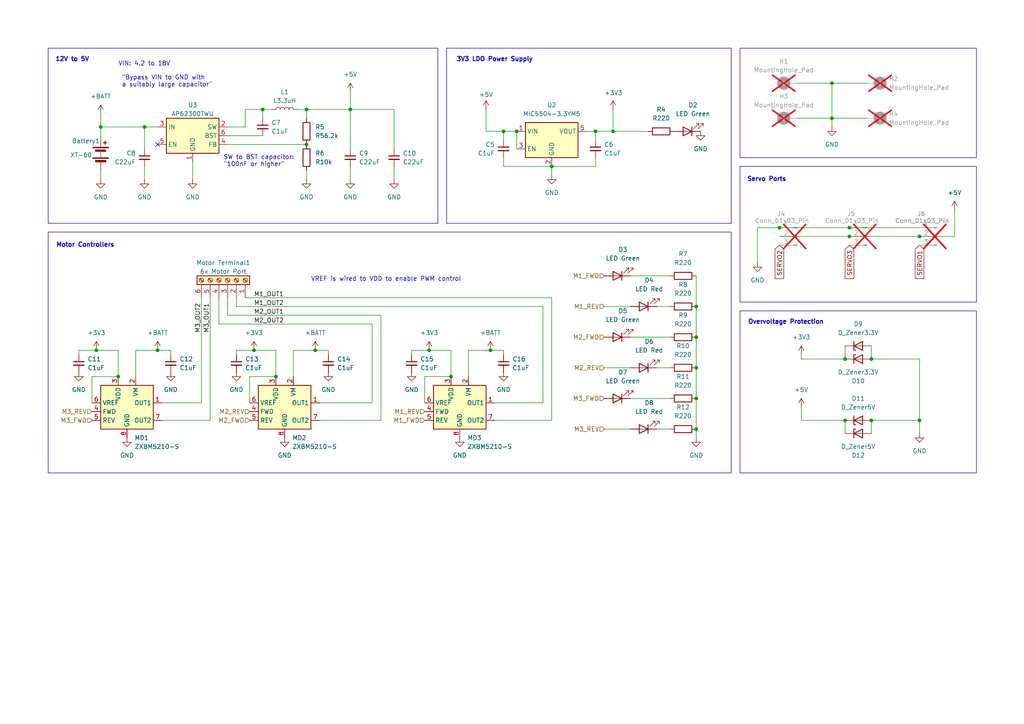
<source format=kicad_sch>
(kicad_sch (version 20231120) (generator "eeschema") (generator_version "8.0")
  (paper "A4")
  (title_block (company "Lorem Ipsum Automation"))
  (lib_symbols
    (symbol "Connector:Conn_01x03_Pin" (pin_names (offset 1.016) hide)
      (property "Reference" "J" (at 0 5.08 0))
      (property "Value" "Conn_01x03_Pin" (at 0 -5.08 0))
      (symbol "Conn_01x03_Pin_1_1"
        (polyline (pts (xy 1.27 -2.54) (xy 0.8636 -2.54)) (stroke (width 0.1524)))
        (polyline (pts (xy 1.27 0) (xy 0.8636 0)) (stroke (width 0.1524)))
        (polyline (pts (xy 1.27 2.54) (xy 0.8636 2.54)) (stroke (width 0.1524)))
        (rectangle (start 0.8636 -2.413) (end 0 -2.667) (stroke (width 0.1524)) (fill (type outline)))
        (rectangle (start 0.8636 0.127) (end 0 -0.127) (stroke (width 0.1524)) (fill (type outline)))
        (rectangle (start 0.8636 2.667) (end 0 2.413) (stroke (width 0.1524)) (fill (type outline)))
        (pin passive line (at 5.08 2.54 180) (length 3.81) (name "Pin_1") (number "1"))
        (pin passive line (at 5.08 0 180) (length 3.81) (name "Pin_2") (number "2"))
        (pin passive line (at 5.08 -2.54 180) (length 3.81) (name "Pin_3") (number "3"))
      )
    )
    (symbol "Connector:Screw_Terminal_01x06" (pin_names (offset 1.016) hide)
      (property "Reference" "J" (at 0 7.62 0))
      (property "Value" "Screw_Terminal_01x06" (at 0 -10.16 0))
      (symbol "Screw_Terminal_01x06_1_1"
        (rectangle (start -1.27 6.35) (end 1.27 -8.89) (stroke (width 0.254)) (fill (type background)))
        (circle (center 0 -7.62) (radius 0.635) (stroke (width 0.1524)))
        (circle (center 0 -5.08) (radius 0.635) (stroke (width 0.1524)))
        (circle (center 0 -2.54) (radius 0.635) (stroke (width 0.1524)))
        (polyline (pts (xy -0.5334 -7.2898) (xy 0.3302 -8.128)) (stroke (width 0.1524)))
        (polyline (pts (xy -0.5334 -4.7498) (xy 0.3302 -5.588)) (stroke (width 0.1524)))
        (polyline (pts (xy -0.5334 -2.2098) (xy 0.3302 -3.048)) (stroke (width 0.1524)))
        (polyline (pts (xy -0.5334 0.3302) (xy 0.3302 -0.508)) (stroke (width 0.1524)))
        (polyline (pts (xy -0.5334 2.8702) (xy 0.3302 2.032)) (stroke (width 0.1524)))
        (polyline (pts (xy -0.5334 5.4102) (xy 0.3302 4.572)) (stroke (width 0.1524)))
        (polyline (pts (xy -0.3556 -7.112) (xy 0.508 -7.9502)) (stroke (width 0.1524)))
        (polyline (pts (xy -0.3556 -4.572) (xy 0.508 -5.4102)) (stroke (width 0.1524)))
        (polyline (pts (xy -0.3556 -2.032) (xy 0.508 -2.8702)) (stroke (width 0.1524)))
        (polyline (pts (xy -0.3556 0.508) (xy 0.508 -0.3302)) (stroke (width 0.1524)))
        (polyline (pts (xy -0.3556 3.048) (xy 0.508 2.2098)) (stroke (width 0.1524)))
        (polyline (pts (xy -0.3556 5.588) (xy 0.508 4.7498)) (stroke (width 0.1524)))
        (circle (center 0 0) (radius 0.635) (stroke (width 0.1524)))
        (circle (center 0 2.54) (radius 0.635) (stroke (width 0.1524)))
        (circle (center 0 5.08) (radius 0.635) (stroke (width 0.1524)))
        (pin passive line (at -5.08 5.08 0) (length 3.81) (name "Pin_1") (number "1"))
        (pin passive line (at -5.08 2.54 0) (length 3.81) (name "Pin_2") (number "2"))
        (pin passive line (at -5.08 0 0) (length 3.81) (name "Pin_3") (number "3"))
        (pin passive line (at -5.08 -2.54 0) (length 3.81) (name "Pin_4") (number "4"))
        (pin passive line (at -5.08 -5.08 0) (length 3.81) (name "Pin_5") (number "5"))
        (pin passive line (at -5.08 -7.62 0) (length 3.81) (name "Pin_6") (number "6"))
      )
    )
    (symbol "Device:Battery" (pin_numbers hide) (pin_names (offset 0) hide)
      (property "Reference" "BT" (at 2.54 2.54 0))
      (property "Value" "Battery" (at 2.54 0 0))
      (symbol "Battery_0_1"
        (rectangle (start -2.286 -1.27) (end 2.286 -1.524) (fill (type outline)))
        (rectangle (start -2.286 1.778) (end 2.286 1.524) (fill (type outline)))
        (rectangle (start -1.524 -2.032) (end 1.524 -2.54) (fill (type outline)))
        (rectangle (start -1.524 1.016) (end 1.524 0.508) (fill (type outline)))
        (polyline (pts (xy 0 -1.016) (xy 0 -0.762)))
        (polyline (pts (xy 0 -0.508) (xy 0 -0.254)))
        (polyline (pts (xy 0 0) (xy 0 0.254)))
        (polyline (pts (xy 0 1.778) (xy 0 2.54)))
        (polyline (pts (xy 0.762 3.048) (xy 1.778 3.048)) (stroke (width 0.254)))
        (polyline (pts (xy 1.27 3.556) (xy 1.27 2.54)) (stroke (width 0.254)))
      )
      (symbol "Battery_1_1"
        (pin passive line (at 0 5.08 270) (length 2.54) (name "+") (number "1"))
        (pin passive line (at 0 -5.08 90) (length 2.54) (name "-") (number "2"))
      )
    )
    (symbol "Device:C_Small" (pin_numbers hide) (pin_names (offset 0.254) hide)
      (property "Reference" "C" (at 0.254 1.778 0))
      (property "Value" "C_Small" (at 0.254 -2.032 0))
      (symbol "C_Small_0_1"
        (polyline (pts (xy -1.524 -0.508) (xy 1.524 -0.508)) (stroke (width 0.3302)))
        (polyline (pts (xy -1.524 0.508) (xy 1.524 0.508)) (stroke (width 0.3048)))
      )
      (symbol "C_Small_1_1"
        (pin passive line (at 0 2.54 270) (length 2.032) (name "~") (number "1"))
        (pin passive line (at 0 -2.54 90) (length 2.032) (name "~") (number "2"))
      )
    )
    (symbol "Device:D_Zener" (pin_numbers hide) (pin_names (offset 1.016) hide)
      (property "Reference" "D" (at 0 2.54 0))
      (property "Value" "D_Zener" (at 0 -2.54 0))
      (symbol "D_Zener_0_1"
        (polyline (pts (xy 1.27 0) (xy -1.27 0)))
        (polyline (pts (xy -1.27 -1.27) (xy -1.27 1.27) (xy -0.762 1.27)) (stroke (width 0.254)))
        (polyline (pts (xy 1.27 -1.27) (xy 1.27 1.27) (xy -1.27 0) (xy 1.27 -1.27)) (stroke (width 0.254)))
      )
      (symbol "D_Zener_1_1"
        (pin passive line (at -3.81 0 0) (length 2.54) (name "K") (number "1"))
        (pin passive line (at 3.81 0 180) (length 2.54) (name "A") (number "2"))
      )
    )
    (symbol "Device:L" (pin_numbers hide) (pin_names (offset 1.016) hide)
      (property "Reference" "L" (at -1.27 0 90))
      (property "Value" "L" (at 1.905 0 90))
      (symbol "L_0_1"
        (arc (start 0 -2.54) (mid 0.6323 -1.905) (end 0 -1.27))
        (arc (start 0 -1.27) (mid 0.6323 -0.635) (end 0 0))
        (arc (start 0 0) (mid 0.6323 0.635) (end 0 1.27))
        (arc (start 0 1.27) (mid 0.6323 1.905) (end 0 2.54))
      )
      (symbol "L_1_1"
        (pin passive line (at 0 3.81 270) (length 1.27) (name "1") (number "1"))
        (pin passive line (at 0 -3.81 90) (length 1.27) (name "2") (number "2"))
      )
    )
    (symbol "Device:LED" (pin_numbers hide) (pin_names (offset 1.016) hide)
      (property "Reference" "D" (at 0 2.54 0))
      (property "Value" "LED" (at 0 -2.54 0))
      (symbol "LED_0_1"
        (polyline (pts (xy -1.27 -1.27) (xy -1.27 1.27)) (stroke (width 0.254)))
        (polyline (pts (xy -1.27 0) (xy 1.27 0)))
        (polyline (pts (xy 1.27 -1.27) (xy 1.27 1.27) (xy -1.27 0) (xy 1.27 -1.27)) (stroke (width 0.254)))
        (polyline (pts (xy -3.048 -0.762) (xy -4.572 -2.286) (xy -3.81 -2.286) (xy -4.572 -2.286) (xy -4.572 -1.524)))
        (polyline (pts (xy -1.778 -0.762) (xy -3.302 -2.286) (xy -2.54 -2.286) (xy -3.302 -2.286) (xy -3.302 -1.524)))
      )
      (symbol "LED_1_1"
        (pin passive line (at -3.81 0 0) (length 2.54) (name "K") (number "1"))
        (pin passive line (at 3.81 0 180) (length 2.54) (name "A") (number "2"))
      )
    )
    (symbol "Device:R" (pin_numbers hide) (pin_names (offset 0))
      (property "Reference" "R" (at 2.032 0 90))
      (property "Value" "R" (at 0 0 90))
      (symbol "R_0_1"
        (rectangle (start -1.016 -2.54) (end 1.016 2.54) (stroke (width 0.254)))
      )
      (symbol "R_1_1"
        (pin passive line (at 0 3.81 270) (length 1.27) (name "~") (number "1"))
        (pin passive line (at 0 -3.81 90) (length 1.27) (name "~") (number "2"))
      )
    )
    (symbol "Driver_Motor:ZXBM5210-S"
      (property "Reference" "U" (at -7.62 8.89 0))
      (property "Value" "ZXBM5210-S" (at 10.16 8.89 0))
      (symbol "ZXBM5210-S_0_0"
        (pin output line (at 10.16 2.54 180) (length 2.54) (name "OUT1") (number "1"))
        (pin power_in line (at 2.54 10.16 270) (length 2.54) (name "VM") (number "2"))
        (pin power_in line (at -2.54 10.16 270) (length 2.54) (name "VDD") (number "3"))
        (pin input line (at -10.16 0 0) (length 2.54) (name "FWD") (number "4"))
        (pin input line (at -10.16 -2.54 0) (length 2.54) (name "REV") (number "5"))
        (pin input line (at -10.16 2.54 0) (length 2.54) (name "VREF") (number "6"))
        (pin output line (at 10.16 -2.54 180) (length 2.54) (name "OUT2") (number "7"))
        (pin power_in line (at 0 -7.62 90) (length 2.54) (name "GND") (number "8"))
      )
      (symbol "ZXBM5210-S_0_1"
        (rectangle (start -7.62 7.62) (end 7.62 -5.08) (stroke (width 0.254)) (fill (type background)))
      )
    )
    (symbol "Mechanical:MountingHole_Pad" (pin_numbers hide) (pin_names (offset 1.016) hide) (exclude_from_sim yes) (in_bom no)
      (property "Reference" "H" (at 0 6.35 0))
      (property "Value" "MountingHole_Pad" (at 0 4.445 0))
      (symbol "MountingHole_Pad_0_1"
        (circle (center 0 1.27) (radius 1.27) (stroke (width 1.27)))
      )
      (symbol "MountingHole_Pad_1_1"
        (pin input line (at 0 -2.54 90) (length 2.54) (name "1") (number "1"))
      )
    )
    (symbol "Regulator_Linear:MIC5504-3.3YM5"
      (property "Reference" "U" (at -7.62 8.89 0))
      (property "Value" "MIC5504-3.3YM5" (at -7.62 6.35 0))
      (symbol "MIC5504-3.3YM5_0_1"
        (rectangle (start -7.62 -5.08) (end 7.62 5.08) (stroke (width 0.254)) (fill (type background)))
      )
      (symbol "MIC5504-3.3YM5_1_1"
        (pin power_in line (at -10.16 2.54 0) (length 2.54) (name "VIN") (number "1"))
        (pin power_in line (at 0 -7.62 90) (length 2.54) (name "GND") (number "2"))
        (pin input line (at -10.16 -2.54 0) (length 2.54) (name "EN") (number "3"))
        (pin no_connect line (at 7.62 -2.54 180) (length 2.54) hide (name "NC") (number "4"))
        (pin power_out line (at 10.16 2.54 180) (length 2.54) (name "VOUT") (number "5"))
      )
    )
    (symbol "Regulator_Switching:AP62300TWU"
      (property "Reference" "U" (at -7.62 6.35 0))
      (property "Value" "AP62300TWU" (at 2.54 6.35 0))
      (symbol "AP62300TWU_0_1"
        (rectangle (start -7.62 5.08) (end 7.62 -5.08) (stroke (width 0.254)) (fill (type background)))
      )
      (symbol "AP62300TWU_1_1"
        (pin power_in line (at 0 -7.62 90) (length 2.54) (name "GND") (number "1"))
        (pin output line (at 10.16 2.54 180) (length 2.54) (name "SW") (number "2"))
        (pin power_in line (at -10.16 2.54 0) (length 2.54) (name "IN") (number "3"))
        (pin input line (at 10.16 -2.54 180) (length 2.54) (name "FB") (number "4"))
        (pin passive line (at -10.16 -2.54 0) (length 2.54) (name "EN") (number "5"))
        (pin passive line (at 10.16 0 180) (length 2.54) (name "BST") (number "6"))
      )
    )
    (symbol "power:+3V3" (power) (pin_numbers hide) (pin_names (offset 0) hide)
      (property "Value" "+3V3" (at 0 3.556 0))
      (symbol "+3V3_0_1"
        (polyline (pts (xy -0.762 1.27) (xy 0 2.54)))
        (polyline (pts (xy 0 0) (xy 0 2.54)))
        (polyline (pts (xy 0 2.54) (xy 0.762 1.27)))
      )
      (symbol "+3V3_1_1"
        (pin power_in line (at 0 0 90) (length 0) (name "~") (number "1"))
      )
    )
    (symbol "power:+5V" (power) (pin_numbers hide) (pin_names (offset 0) hide)
      (property "Value" "+5V" (at 0 3.556 0))
      (symbol "+5V_0_1"
        (polyline (pts (xy -0.762 1.27) (xy 0 2.54)))
        (polyline (pts (xy 0 0) (xy 0 2.54)))
        (polyline (pts (xy 0 2.54) (xy 0.762 1.27)))
      )
      (symbol "+5V_1_1"
        (pin power_in line (at 0 0 90) (length 0) (name "~") (number "1"))
      )
    )
    (symbol "power:+BATT" (power) (pin_numbers hide) (pin_names (offset 0) hide)
      (property "Value" "+BATT" (at 0 3.556 0))
      (symbol "+BATT_0_1"
        (polyline (pts (xy -0.762 1.27) (xy 0 2.54)))
        (polyline (pts (xy 0 0) (xy 0 2.54)))
        (polyline (pts (xy 0 2.54) (xy 0.762 1.27)))
      )
      (symbol "+BATT_1_1"
        (pin power_in line (at 0 0 90) (length 0) (name "~") (number "1"))
      )
    )
    (symbol "power:GND" (power) (pin_numbers hide) (pin_names (offset 0) hide)
      (property "Value" "GND" (at 0 -3.81 0))
      (symbol "GND_0_1"
        (polyline (pts (xy 0 0) (xy 0 -1.27) (xy 1.27 -1.27) (xy 0 -2.54) (xy -1.27 -1.27) (xy 0 -1.27)))
      )
      (symbol "GND_1_1"
        (pin power_in line (at 0 0 270) (length 0) (name "~") (number "1"))
      )
    )
  )
  (junction (at 80.01 109.22))
  (junction (at 91.44 101.6))
  (junction (at 241.3 24.13))
  (junction (at 266.7 121.92))
  (junction (at 76.2 31.75))
  (junction (at 27.94 101.6))
  (junction (at 201.93 88.9))
  (junction (at 246.38 68.58))
  (junction (at 172.72 38.1))
  (junction (at 41.91 36.83))
  (junction (at 88.9 41.91))
  (junction (at 29.21 36.83))
  (junction (at 226.06 66.04))
  (junction (at 252.73 121.92))
  (junction (at 241.3 34.29))
  (junction (at 177.8 38.1))
  (junction (at 246.38 66.04))
  (junction (at 149.86 38.1))
  (junction (at 130.81 109.22))
  (junction (at 34.29 109.22))
  (junction (at 45.72 101.6))
  (junction (at 73.66 101.6))
  (junction (at 160.02 48.26))
  (junction (at 101.6 31.75))
  (junction (at 245.11 121.92))
  (junction (at 142.24 101.6))
  (junction (at 201.93 97.79))
  (junction (at 201.93 124.46))
  (junction (at 201.93 106.68))
  (junction (at 124.46 101.6))
  (junction (at 201.93 115.57))
  (junction (at 266.7 68.58))
  (junction (at 245.11 104.14))
  (junction (at 88.9 31.75))
  (junction (at 146.05 38.1))
  (junction (at 252.73 104.14))
  (no_connect (at 45.72 41.91))
  (wire (pts (xy 231.14 24.13) (xy 241.3 24.13)))
  (wire (pts (xy 85.09 101.6) (xy 91.44 101.6)))
  (wire (pts (xy 172.72 45.72) (xy 172.72 48.26)))
  (wire (pts (xy 232.41 121.92) (xy 245.11 121.92)))
  (wire (pts (xy 41.91 36.83) (xy 45.72 36.83)))
  (wire (pts (xy 201.93 88.9) (xy 201.93 97.79)))
  (wire (pts (xy 101.6 26.67) (xy 101.6 31.75)))
  (wire (pts (xy 252.73 104.14) (xy 266.7 104.14)))
  (wire (pts (xy 140.97 38.1) (xy 146.05 38.1)))
  (wire (pts (xy 241.3 24.13) (xy 251.46 24.13)))
  (wire (pts (xy 68.58 86.36) (xy 68.58 88.9)))
  (wire (pts (xy 266.7 104.14) (xy 266.7 121.92)))
  (wire (pts (xy 175.26 124.46) (xy 182.88 124.46)))
  (wire (pts (xy 190.5 106.68) (xy 194.31 106.68)))
  (wire (pts (xy 55.88 46.99) (xy 55.88 52.07)))
  (wire (pts (xy 45.72 101.6) (xy 49.53 101.6)))
  (wire (pts (xy 68.58 102.87) (xy 68.58 101.6)))
  (wire (pts (xy 182.88 80.01) (xy 194.31 80.01)))
  (wire (pts (xy 201.93 115.57) (xy 201.93 124.46)))
  (wire (pts (xy 92.71 116.84) (xy 107.95 116.84)))
  (wire (pts (xy 73.66 101.6) (xy 80.01 101.6)))
  (wire (pts (xy 232.41 102.87) (xy 232.41 104.14)))
  (wire (pts (xy 241.3 24.13) (xy 241.3 34.29)))
  (wire (pts (xy 46.99 121.92) (xy 60.96 121.92)))
  (wire (pts (xy 101.6 31.75) (xy 114.3 31.75)))
  (wire (pts (xy 95.25 101.6) (xy 95.25 102.87)))
  (wire (pts (xy 41.91 36.83) (xy 41.91 43.18)))
  (wire (pts (xy 72.39 116.84) (xy 72.39 109.22)))
  (wire (pts (xy 66.04 41.91) (xy 88.9 41.91)))
  (wire (pts (xy 88.9 52.07) (xy 88.9 49.53)))
  (wire (pts (xy 190.5 124.46) (xy 194.31 124.46)))
  (wire (pts (xy 135.89 101.6) (xy 142.24 101.6)))
  (wire (pts (xy 172.72 38.1) (xy 177.8 38.1)))
  (wire (pts (xy 71.12 31.75) (xy 76.2 31.75)))
  (wire (pts (xy 130.81 109.22) (xy 130.81 101.6)))
  (wire (pts (xy 71.12 36.83) (xy 66.04 36.83)))
  (wire (pts (xy 266.7 68.58) (xy 276.86 68.58)))
  (wire (pts (xy 34.29 109.22) (xy 34.29 101.6)))
  (wire (pts (xy 177.8 38.1) (xy 177.8 31.75)))
  (wire (pts (xy 241.3 36.83) (xy 241.3 34.29)))
  (wire (pts (xy 68.58 88.9) (xy 157.48 88.9)))
  (wire (pts (xy 66.04 91.44) (xy 66.04 86.36)))
  (wire (pts (xy 245.11 121.92) (xy 245.11 125.73)))
  (wire (pts (xy 201.93 124.46) (xy 201.93 127)))
  (wire (pts (xy 226.06 68.58) (xy 246.38 68.58)))
  (wire (pts (xy 41.91 48.26) (xy 41.91 52.07)))
  (wire (pts (xy 119.38 101.6) (xy 124.46 101.6)))
  (wire (pts (xy 142.24 101.6) (xy 146.05 101.6)))
  (wire (pts (xy 92.71 121.92) (xy 110.49 121.92)))
  (wire (pts (xy 63.5 86.36) (xy 63.5 93.98)))
  (wire (pts (xy 114.3 31.75) (xy 114.3 43.18)))
  (wire (pts (xy 245.11 100.33) (xy 245.11 104.14)))
  (wire (pts (xy 76.2 31.75) (xy 76.2 34.29)))
  (wire (pts (xy 172.72 48.26) (xy 160.02 48.26)))
  (wire (pts (xy 160.02 48.26) (xy 160.02 50.8)))
  (wire (pts (xy 66.04 39.37) (xy 76.2 39.37)))
  (wire (pts (xy 29.21 36.83) (xy 29.21 33.02)))
  (wire (pts (xy 60.96 121.92) (xy 60.96 86.36)))
  (wire (pts (xy 29.21 36.83) (xy 41.91 36.83)))
  (wire (pts (xy 146.05 38.1) (xy 149.86 38.1)))
  (wire (pts (xy 26.67 116.84) (xy 26.67 109.22)))
  (wire (pts (xy 201.93 97.79) (xy 201.93 106.68)))
  (wire (pts (xy 177.8 38.1) (xy 187.96 38.1)))
  (wire (pts (xy 157.48 116.84) (xy 143.51 116.84)))
  (wire (pts (xy 22.86 101.6) (xy 27.94 101.6)))
  (wire (pts (xy 172.72 40.64) (xy 172.72 38.1)))
  (wire (pts (xy 63.5 93.98) (xy 107.95 93.98)))
  (wire (pts (xy 71.12 36.83) (xy 71.12 31.75)))
  (wire (pts (xy 86.36 31.75) (xy 88.9 31.75)))
  (wire (pts (xy 29.21 49.53) (xy 29.21 52.07)))
  (wire (pts (xy 58.42 116.84) (xy 46.99 116.84)))
  (wire (pts (xy 22.86 102.87) (xy 22.86 101.6)))
  (wire (pts (xy 226.06 66.04) (xy 219.71 66.04)))
  (wire (pts (xy 182.88 97.79) (xy 194.31 97.79)))
  (wire (pts (xy 231.14 34.29) (xy 241.3 34.29)))
  (wire (pts (xy 107.95 93.98) (xy 107.95 116.84)))
  (wire (pts (xy 232.41 118.11) (xy 232.41 121.92)))
  (wire (pts (xy 252.73 121.92) (xy 266.7 121.92)))
  (wire (pts (xy 146.05 48.26) (xy 160.02 48.26)))
  (wire (pts (xy 76.2 31.75) (xy 78.74 31.75)))
  (wire (pts (xy 201.93 80.01) (xy 201.93 88.9)))
  (wire (pts (xy 146.05 45.72) (xy 146.05 48.26)))
  (wire (pts (xy 241.3 34.29) (xy 251.46 34.29)))
  (wire (pts (xy 146.05 101.6) (xy 146.05 102.87)))
  (wire (pts (xy 58.42 86.36) (xy 58.42 116.84)))
  (wire (pts (xy 160.02 121.92) (xy 160.02 86.36)))
  (wire (pts (xy 140.97 38.1) (xy 140.97 31.75)))
  (wire (pts (xy 72.39 109.22) (xy 80.01 109.22)))
  (wire (pts (xy 123.19 116.84) (xy 123.19 109.22)))
  (wire (pts (xy 276.86 60.96) (xy 276.86 68.58)))
  (wire (pts (xy 266.7 121.92) (xy 266.7 125.73)))
  (wire (pts (xy 182.88 115.57) (xy 194.31 115.57)))
  (wire (pts (xy 88.9 31.75) (xy 101.6 31.75)))
  (wire (pts (xy 246.38 68.58) (xy 266.7 68.58)))
  (wire (pts (xy 232.41 104.14) (xy 245.11 104.14)))
  (wire (pts (xy 182.88 106.68) (xy 175.26 106.68)))
  (wire (pts (xy 110.49 121.92) (xy 110.49 91.44)))
  (wire (pts (xy 266.7 66.04) (xy 246.38 66.04)))
  (wire (pts (xy 124.46 101.6) (xy 130.81 101.6)))
  (wire (pts (xy 219.71 66.04) (xy 219.71 76.2)))
  (wire (pts (xy 190.5 88.9) (xy 194.31 88.9)))
  (wire (pts (xy 88.9 34.29) (xy 88.9 31.75)))
  (wire (pts (xy 135.89 101.6) (xy 135.89 109.22)))
  (wire (pts (xy 123.19 109.22) (xy 130.81 109.22)))
  (wire (pts (xy 119.38 102.87) (xy 119.38 101.6)))
  (wire (pts (xy 252.73 100.33) (xy 252.73 104.14)))
  (wire (pts (xy 101.6 31.75) (xy 101.6 43.18)))
  (wire (pts (xy 157.48 88.9) (xy 157.48 116.84)))
  (wire (pts (xy 252.73 121.92) (xy 252.73 125.73)))
  (wire (pts (xy 29.21 36.83) (xy 29.21 39.37)))
  (wire (pts (xy 101.6 48.26) (xy 101.6 52.07)))
  (wire (pts (xy 182.88 88.9) (xy 175.26 88.9)))
  (wire (pts (xy 110.49 91.44) (xy 66.04 91.44)))
  (wire (pts (xy 26.67 109.22) (xy 34.29 109.22)))
  (wire (pts (xy 68.58 101.6) (xy 73.66 101.6)))
  (wire (pts (xy 80.01 109.22) (xy 80.01 101.6)))
  (wire (pts (xy 27.94 101.6) (xy 34.29 101.6)))
  (wire (pts (xy 246.38 66.04) (xy 226.06 66.04)))
  (wire (pts (xy 149.86 38.1) (xy 149.86 43.18)))
  (wire (pts (xy 49.53 101.6) (xy 49.53 102.87)))
  (wire (pts (xy 39.37 101.6) (xy 45.72 101.6)))
  (wire (pts (xy 146.05 40.64) (xy 146.05 38.1)))
  (wire (pts (xy 170.18 38.1) (xy 172.72 38.1)))
  (wire (pts (xy 114.3 48.26) (xy 114.3 52.07)))
  (wire (pts (xy 201.93 106.68) (xy 201.93 115.57)))
  (wire (pts (xy 143.51 121.92) (xy 160.02 121.92)))
  (wire (pts (xy 85.09 101.6) (xy 85.09 109.22)))
  (wire (pts (xy 91.44 101.6) (xy 95.25 101.6)))
  (wire (pts (xy 39.37 101.6) (xy 39.37 109.22)))
  (wire (pts (xy 71.12 86.36) (xy 160.02 86.36)))
  (rectangle (start 13.97 13.97) (end 127 64.77))
  (rectangle (start 13.97 67.31) (end 212.09 137.16))
  (rectangle (start 214.63 90.17) (end 283.21 137.16))
  (rectangle (start 214.63 13.97) (end 283.21 45.72))
  (rectangle (start 214.63 48.26) (end 283.21 87.63))
  (rectangle (start 129.54 13.97) (end 212.09 64.77))
  (text "\"Bypass VIN to GND with\na suitably large capacitor\"" (at 35.306 25.4 0) (effects (font (size 1.27 1.27)) (justify left bottom)))
  (text "Overvoltage Protection" (at 216.916 93.472 0) (effects (font (size 1.27 1.27) (thickness 0.254) (bold yes)) (justify left)))
  (text "3V3 LDO Power Supply" (at 132.334 18.034 0) (effects (font (size 1.27 1.27) (thickness 0.254) (bold yes)) (justify left bottom)))
  (text "VREF is wired to VDD to enable PWM control" (at 112.014 81.026 0) (effects (font (size 1.27 1.27))))
  (text "Servo Ports" (at 216.662 52.07 0) (effects (font (size 1.27 1.27) (thickness 0.254) (bold yes)) (justify left)))
  (text "SW to BST capacitor:\n\"100nF or higher\"" (at 64.77 48.514 0) (effects (font (size 1.27 1.27)) (justify left bottom)))
  (text "VIN: 4.2 to 18V" (at 34.29 19.304 0) (effects (font (size 1.27 1.27)) (justify left bottom)))
  (text "Motor Controllers" (at 16.256 71.882 0) (effects (font (size 1.27 1.27) (thickness 0.254) (bold yes)) (justify left bottom)))
  (text "12V to 5V" (at 16.002 18.034 0) (effects (font (size 1.27 1.27) (thickness 0.254) (bold yes)) (justify left bottom)))
  (label "M1_OUT1" (at 73.66 86.36 0))
  (label "M2_OUT2" (at 73.66 93.98 0))
  (label "M3_OUT2" (at 58.42 96.52 90))
  (label "M3_OUT1" (at 60.96 96.52 90))
  (label "M2_OUT1" (at 73.66 91.44 0))
  (label "M1_OUT2" (at 73.66 88.9 0))
  (global_label "SERVO1" (shape input) (at 266.7 71.12 270) (property "Intersheetrefs" "${INTERSHEET_REFS}" (effects (hide yes))))
  (global_label "SERVO3" (shape input) (at 246.38 71.12 270) (property "Intersheetrefs" "${INTERSHEET_REFS}" (effects (hide yes))))
  (global_label "SERVO2" (shape input) (at 226.06 71.12 270) (property "Intersheetrefs" "${INTERSHEET_REFS}" (effects (hide yes))))
  (hierarchical_label "M1_FWD" (shape input) (at 175.26 80.01 180))
  (hierarchical_label "M2_REV" (shape input) (at 72.39 119.38 180))
  (hierarchical_label "M1_REV" (shape input) (at 175.26 88.9 180))
  (hierarchical_label "M3_REV" (shape input) (at 175.26 124.46 180))
  (hierarchical_label "M2_FWD" (shape input) (at 72.39 121.92 180))
  (hierarchical_label "M2_FWD" (shape input) (at 175.26 97.79 180))
  (hierarchical_label "M3_FWD" (shape input) (at 26.67 121.92 180))
  (hierarchical_label "M1_FWD" (shape input) (at 123.19 121.92 180))
  (hierarchical_label "M1_REV" (shape input) (at 123.19 119.38 180))
  (hierarchical_label "M2_REV" (shape input) (at 175.26 106.68 180))
  (hierarchical_label "M3_REV" (shape input) (at 26.67 119.38 180))
  (hierarchical_label "M3_FWD" (shape input) (at 175.26 115.57 180))
  (symbol (lib_id "Mechanical:MountingHole_Pad") (at 228.6 24.13 90) (unit 1) (exclude_from_sim yes) (in_bom no) (dnp yes)
    (property "Reference" "H1" (at 227.33 17.78 90))
    (property "Value" "MountingHole_Pad" (at 227.33 20.32 90))
    (property "Footprint" "MountingHole:MountingHole_2.2mm_M2_DIN965_Pad" (effects (hide yes)))
    (property "Description" "Mounting Hole with connection" (effects (hide yes)))
  )
  (symbol (lib_id "Device:LED") (at 186.69 106.68 180) (unit 1)
    (property "Reference" "D6" (at 188.2775 99.06 0))
    (property "Value" "LED Red" (at 188.2775 101.6 0))
    (property "Footprint" "LED_SMD:LED_1206_3216Metric_Pad1.42x1.75mm_HandSolder" (effects (hide yes)))
    (property "Description" "LED" (effects (hide yes)))
    (property "DigiKey" "150120RS75000" (effects (hide yes)))
  )
  (symbol (lib_id "power:+BATT") (at 142.24 101.6 0) (unit 1)
    (property "Reference" "#PWR043" (effects (hide yes)))
    (property "Value" "+BATT" (at 142.24 96.52 0))
    (property "Description" "Power symbol creates a global label with name \"+BATT\"" (effects (hide yes)))
  )
  (symbol (lib_id "Driver_Motor:ZXBM5210-S") (at 133.35 119.38 0) (unit 1)
    (property "Reference" "MD3" (at 135.5441 127 0) (effects (justify left)))
    (property "Value" "ZXBM5210-S" (at 135.5441 129.54 0) (effects (justify left)))
    (property "Footprint" "Package_SO:SOIC-8_3.9x4.9mm_P1.27mm" (effects (hide yes)))
    (property "Datasheet" "https://www.diodes.com/assets/Datasheets/ZXBM5210.pdf" (effects (hide yes)))
    (property "Description" "Reversible DC motor drive with speed control, 3-18V, 0.85A, SOIC-8" (effects (hide yes)))
    (property "DigiKey" "ZXBM5210-S-1" (effects (hide yes)))
  )
  (symbol (lib_id "power:GND") (at 146.05 107.95 0) (unit 1)
    (property "Reference" "#PWR049" (effects (hide yes)))
    (property "Value" "GND" (at 146.05 113.03 0))
    (property "Description" "Power symbol creates a global label with name \"GND\" , ground" (effects (hide yes)))
  )
  (symbol (lib_id "Device:C_Small") (at 76.2 36.83 0) (unit 1)
    (property "Reference" "C7" (at 78.74 35.5662 0) (effects (justify left)))
    (property "Value" "C1uF" (at 78.74 38.1062 0) (effects (justify left)))
    (property "Footprint" "Capacitor_SMD:C_1206_3216Metric_Pad1.33x1.80mm_HandSolder" (effects (hide yes)))
    (property "Description" "Ceramic cap" (effects (hide yes)))
    (property "DigiKey" "CL31B105KBHNNNE" (effects (hide yes)))
  )
  (symbol (lib_id "power:GND") (at 266.7 125.73 0) (unit 1)
    (property "Reference" "#PWR056" (effects (hide yes)))
    (property "Value" "GND" (at 266.7 130.81 0))
    (property "Description" "Power symbol creates a global label with name \"GND\" , ground" (effects (hide yes)))
  )
  (symbol (lib_id "power:GND") (at 219.71 76.2 0) (unit 1)
    (property "Reference" "#PWR037" (effects (hide yes)))
    (property "Value" "GND" (at 219.71 81.28 0))
    (property "Description" "Power symbol creates a global label with name \"GND\" , ground" (effects (hide yes)))
  )
  (symbol (lib_id "power:GND") (at 133.35 127 0) (unit 1)
    (property "Reference" "#PWR053" (effects (hide yes)))
    (property "Value" "GND" (at 133.35 132.08 0))
    (property "Description" "Power symbol creates a global label with name \"GND\" , ground" (effects (hide yes)))
  )
  (symbol (lib_id "Device:R") (at 198.12 124.46 90) (unit 1)
    (property "Reference" "R12" (at 198.12 118.11 90))
    (property "Value" "R220" (at 198.12 120.65 90))
    (property "Footprint" "Resistor_SMD:R_1206_3216Metric_Pad1.30x1.75mm_HandSolder" (effects (hide yes)))
    (property "Description" "Resistor" (effects (hide yes)))
    (property "DigiKey" "RMCF1206JT220R" (effects (hide yes)))
  )
  (symbol (lib_id "power:+5V") (at 101.6 26.67 0) (unit 1)
    (property "Reference" "#PWR025" (effects (hide yes)))
    (property "Value" "+5V" (at 101.6 21.59 0))
    (property "Description" "Power symbol creates a global label with name \"+5V\"" (effects (hide yes)))
  )
  (symbol (lib_id "Device:R") (at 88.9 45.72 0) (unit 1)
    (property "Reference" "R6" (at 91.44 44.45 0) (effects (justify left)))
    (property "Value" "R10k" (at 91.44 46.99 0) (effects (justify left)))
    (property "Footprint" "Resistor_SMD:R_1206_3216Metric_Pad1.30x1.75mm_HandSolder" (effects (hide yes)))
    (property "Description" "Resistor" (effects (hide yes)))
    (property "DigiKey" "RC1206FR-0710KL" (effects (hide yes)))
  )
  (symbol (lib_id "power:+3V3") (at 73.66 101.6 0) (unit 1)
    (property "Reference" "#PWR040" (effects (hide yes)))
    (property "Value" "+3V3" (at 73.66 96.52 0))
    (property "Description" "Power symbol creates a global label with name \"+3V3\"" (effects (hide yes)))
  )
  (symbol (lib_id "power:GND") (at 95.25 107.95 0) (unit 1)
    (property "Reference" "#PWR047" (effects (hide yes)))
    (property "Value" "GND" (at 95.25 113.03 0))
    (property "Description" "Power symbol creates a global label with name \"GND\" , ground" (effects (hide yes)))
  )
  (symbol (lib_id "Device:LED") (at 179.07 80.01 180) (unit 1)
    (property "Reference" "D3" (at 180.6575 72.39 0))
    (property "Value" "LED Green" (at 180.6575 74.93 0))
    (property "Footprint" "LED_SMD:LED_1206_3216Metric_Pad1.42x1.75mm_HandSolder" (effects (hide yes)))
    (property "Description" "LED" (effects (hide yes)))
    (property "DigiKey" "150120VS75000" (effects (hide yes)))
  )
  (symbol (lib_id "Device:R") (at 198.12 88.9 90) (unit 1)
    (property "Reference" "R8" (at 198.12 82.55 90))
    (property "Value" "R220" (at 198.12 85.09 90))
    (property "Footprint" "Resistor_SMD:R_1206_3216Metric_Pad1.30x1.75mm_HandSolder" (effects (hide yes)))
    (property "Description" "Resistor" (effects (hide yes)))
    (property "DigiKey" "RMCF1206JT220R" (effects (hide yes)))
  )
  (symbol (lib_id "Device:LED") (at 186.69 124.46 180) (unit 1)
    (property "Reference" "D8" (at 188.2775 116.84 0))
    (property "Value" "LED Red" (at 188.2775 119.38 0))
    (property "Footprint" "LED_SMD:LED_1206_3216Metric_Pad1.42x1.75mm_HandSolder" (effects (hide yes)))
    (property "Description" "LED" (effects (hide yes)))
    (property "DigiKey" "150120RS75000" (effects (hide yes)))
  )
  (symbol (lib_id "power:GND") (at 55.88 52.07 0) (unit 1)
    (property "Reference" "#PWR032" (effects (hide yes)))
    (property "Value" "GND" (at 55.88 57.15 0))
    (property "Description" "Power symbol creates a global label with name \"GND\" , ground" (effects (hide yes)))
  )
  (symbol (lib_id "Device:D_Zener") (at 248.92 121.92 0) (mirror x) (unit 1)
    (property "Reference" "D11" (at 248.92 115.57 0))
    (property "Value" "D_Zener5V" (at 248.92 118.11 0))
    (property "Footprint" "Diode_SMD:D_SOD-123" (effects (hide yes)))
    (property "Description" "Zener diode" (effects (hide yes)))
    (property "DigiKey" "MMSZ5231B-7-F" (effects (hide yes)))
  )
  (symbol (lib_id "Connector:Conn_01x03_Pin") (at 251.46 68.58 0) (mirror y) (unit 1) (dnp yes)
    (property "Reference" "J5" (at 246.888 61.976 0))
    (property "Value" "Conn_01x03_Pin" (at 247.142 64.008 0))
    (property "Footprint" "Connector_PinSocket_2.54mm:PinSocket_1x03_P2.54mm_Vertical" (effects (hide yes)))
    (property "Description" "Generic connector, single row, 01x03, script generated" (effects (hide yes)))
  )
  (symbol (lib_id "power:+5V") (at 276.86 60.96 0) (unit 1)
    (property "Reference" "#PWR036" (effects (hide yes)))
    (property "Value" "+5V" (at 276.86 55.88 0))
    (property "Description" "Power symbol creates a global label with name \"+5V\"" (effects (hide yes)))
  )
  (symbol (lib_id "power:GND") (at 29.21 52.07 0) (unit 1)
    (property "Reference" "#PWR030" (effects (hide yes)))
    (property "Value" "GND" (at 29.21 57.15 0))
    (property "Description" "Power symbol creates a global label with name \"GND\" , ground" (effects (hide yes)))
  )
  (symbol (lib_id "Device:C_Small") (at 119.38 105.41 0) (unit 1)
    (property "Reference" "C15" (at 121.92 104.1463 0) (effects (justify left)))
    (property "Value" "C1uF" (at 121.92 106.6863 0) (effects (justify left)))
    (property "Footprint" "Capacitor_SMD:C_1206_3216Metric_Pad1.33x1.80mm_HandSolder" (effects (hide yes)))
    (property "Description" "Ceramic cap" (effects (hide yes)))
    (property "DigiKey" "CL31B105KBHNNNE" (effects (hide yes)))
  )
  (symbol (lib_id "power:GND") (at 68.58 107.95 0) (unit 1)
    (property "Reference" "#PWR046" (effects (hide yes)))
    (property "Value" "GND" (at 68.58 113.03 0))
    (property "Description" "Power symbol creates a global label with name \"GND\" , ground" (effects (hide yes)))
  )
  (symbol (lib_id "power:GND") (at 41.91 52.07 0) (unit 1)
    (property "Reference" "#PWR031" (effects (hide yes)))
    (property "Value" "GND" (at 41.91 57.15 0))
    (property "Description" "Power symbol creates a global label with name \"GND\" , ground" (effects (hide yes)))
  )
  (symbol (lib_id "Device:C_Small") (at 68.58 105.41 0) (unit 1)
    (property "Reference" "C13" (at 71.12 104.1463 0) (effects (justify left)))
    (property "Value" "C1uF" (at 71.12 106.6863 0) (effects (justify left)))
    (property "Footprint" "Capacitor_SMD:C_1206_3216Metric_Pad1.33x1.80mm_HandSolder" (effects (hide yes)))
    (property "Description" "Ceramic cap" (effects (hide yes)))
    (property "DigiKey" "CL31B105KBHNNNE" (effects (hide yes)))
  )
  (symbol (lib_id "power:GND") (at 22.86 107.95 0) (unit 1)
    (property "Reference" "#PWR044" (effects (hide yes)))
    (property "Value" "GND" (at 22.86 113.03 0))
    (property "Description" "Power symbol creates a global label with name \"GND\" , ground" (effects (hide yes)))
  )
  (symbol (lib_id "Device:R") (at 198.12 115.57 90) (unit 1)
    (property "Reference" "R11" (at 198.12 109.22 90))
    (property "Value" "R220" (at 198.12 111.76 90))
    (property "Footprint" "Resistor_SMD:R_1206_3216Metric_Pad1.30x1.75mm_HandSolder" (effects (hide yes)))
    (property "Description" "Resistor" (effects (hide yes)))
    (property "DigiKey" "RMCF1206JT220R" (effects (hide yes)))
  )
  (symbol (lib_id "power:GND") (at 241.3 36.83 0) (unit 1)
    (property "Reference" "#PWR028" (effects (hide yes)))
    (property "Value" "GND" (at 241.3 41.91 0))
    (property "Description" "Power symbol creates a global label with name \"GND\" , ground" (effects (hide yes)))
  )
  (symbol (lib_id "power:GND") (at 82.55 127 0) (unit 1)
    (property "Reference" "#PWR052" (effects (hide yes)))
    (property "Value" "GND" (at 82.55 132.08 0))
    (property "Description" "Power symbol creates a global label with name \"GND\" , ground" (effects (hide yes)))
  )
  (symbol (lib_id "Regulator_Linear:MIC5504-3.3YM5") (at 160.02 40.64 0) (unit 1)
    (property "Reference" "U2" (at 160.02 30.48 0))
    (property "Value" "MIC5504-3.3YM5" (at 160.02 33.02 0))
    (property "Footprint" "Package_TO_SOT_SMD:SOT-23-5_HandSoldering" (effects (hide yes)))
    (property "Datasheet" "http://ww1.microchip.com/downloads/en/DeviceDoc/MIC550X.pdf" (effects (hide yes)))
    (property "Description" "300mA Low-dropout Voltage Regulator, Vout 3.3V, Vin up to 5.5V, SOT-23" (effects (hide yes)))
    (property "DigiKey" "MIC5504-3.3YM5" (effects (hide yes)))
  )
  (symbol (lib_id "Connector:Screw_Terminal_01x06") (at 66.04 81.28 270) (mirror x) (unit 1)
    (property "Reference" "Motor Terminal1" (at 64.77 76.2 90))
    (property "Value" "6x Motor Port" (at 64.77 78.74 90))
    (property "Footprint" "TerminalBlock_4Ucon:TerminalBlock_4Ucon_1x06_P3.50mm_Horizontal" (effects (hide yes)))
    (property "Description" "Generic screw terminal, single row, 01x06, script generated (kicad-library-utils/schlib/autogen/connector/)" (effects (hide yes)))
    (property "DigiKey" "OQ0612510000G" (effects (hide yes)))
  )
  (symbol (lib_id "power:+5V") (at 232.41 118.11 0) (unit 1)
    (property "Reference" "#PWR055" (effects (hide yes)))
    (property "Value" "+5V" (at 232.41 113.03 0))
    (property "Description" "Power symbol creates a global label with name \"+5V\"" (effects (hide yes)))
  )
  (symbol (lib_id "Device:C_Small") (at 41.91 45.72 0) (mirror y) (unit 1)
    (property "Reference" "C8" (at 39.37 44.4563 0) (effects (justify left)))
    (property "Value" "C22uF" (at 39.37 46.9963 0) (effects (justify left)))
    (property "Footprint" "Capacitor_SMD:C_1206_3216Metric_Pad1.33x1.80mm_HandSolder" (effects (hide yes)))
    (property "Description" "Ceramic cap" (effects (hide yes)))
    (property "DigiKey" "CL31A226MOCLNNC" (effects (hide yes)))
  )
  (symbol (lib_id "Device:LED") (at 179.07 97.79 180) (unit 1)
    (property "Reference" "D5" (at 180.6575 90.17 0))
    (property "Value" "LED Green" (at 180.6575 92.71 0))
    (property "Footprint" "LED_SMD:LED_1206_3216Metric_Pad1.42x1.75mm_HandSolder" (effects (hide yes)))
    (property "Description" "LED" (effects (hide yes)))
    (property "DigiKey" "150120VS75000" (effects (hide yes)))
  )
  (symbol (lib_id "power:+3V3") (at 177.8 31.75 0) (unit 1)
    (property "Reference" "#PWR024" (effects (hide yes)))
    (property "Value" "+3V3" (at 175.26 26.924 0) (effects (justify left)))
    (property "Description" "Power symbol creates a global label with name \"+3V3\"" (effects (hide yes)))
  )
  (symbol (lib_id "Device:D_Zener") (at 248.92 125.73 0) (unit 1)
    (property "Reference" "D12" (at 248.92 132.08 0))
    (property "Value" "D_Zener5V" (at 248.92 129.54 0))
    (property "Footprint" "Diode_SMD:D_SOD-123" (effects (hide yes)))
    (property "Description" "Zener diode" (effects (hide yes)))
    (property "DigiKey" "MMSZ5231B-7-F" (effects (hide yes)))
  )
  (symbol (lib_id "power:GND") (at 88.9 52.07 0) (unit 1)
    (property "Reference" "#PWR033" (effects (hide yes)))
    (property "Value" "GND" (at 88.9 57.15 0))
    (property "Description" "Power symbol creates a global label with name \"GND\" , ground" (effects (hide yes)))
  )
  (symbol (lib_id "Connector:Conn_01x03_Pin") (at 231.14 68.58 0) (mirror y) (unit 1) (dnp yes)
    (property "Reference" "J4" (at 226.568 61.976 0))
    (property "Value" "Conn_01x03_Pin" (at 226.822 64.008 0))
    (property "Footprint" "Connector_PinSocket_2.54mm:PinSocket_1x03_P2.54mm_Vertical" (effects (hide yes)))
    (property "Description" "Generic connector, single row, 01x03, script generated" (effects (hide yes)))
  )
  (symbol (lib_id "Device:Battery") (at 29.21 44.45 0) (unit 1)
    (property "Reference" "Battery1" (at 20.828 40.894 0) (effects (justify left)))
    (property "Value" "XT-60" (at 20.32 44.958 0) (effects (justify left)))
    (property "Footprint" "Connector_AMASS:AMASS_XT60-F_1x02_P7.20mm_Vertical" (effects (hide yes)))
    (property "Description" "Multiple-cell battery" (effects (hide yes)))
    (property "DigiKey" "PRT-10474" (effects (hide yes)))
  )
  (symbol (lib_id "Driver_Motor:ZXBM5210-S") (at 36.83 119.38 0) (unit 1)
    (property "Reference" "MD1" (at 39.0241 127 0) (effects (justify left)))
    (property "Value" "ZXBM5210-S" (at 39.0241 129.54 0) (effects (justify left)))
    (property "Footprint" "Package_SO:SOIC-8_3.9x4.9mm_P1.27mm" (effects (hide yes)))
    (property "Datasheet" "https://www.diodes.com/assets/Datasheets/ZXBM5210.pdf" (effects (hide yes)))
    (property "Description" "Reversible DC motor drive with speed control, 3-18V, 0.85A, SOIC-8" (effects (hide yes)))
    (property "DigiKey" "ZXBM5210-S-1" (effects (hide yes)))
  )
  (symbol (lib_id "Device:LED") (at 179.07 115.57 180) (unit 1)
    (property "Reference" "D7" (at 180.6575 107.95 0))
    (property "Value" "LED Green" (at 180.6575 110.49 0))
    (property "Footprint" "LED_SMD:LED_1206_3216Metric_Pad1.42x1.75mm_HandSolder" (effects (hide yes)))
    (property "Description" "LED" (effects (hide yes)))
    (property "DigiKey" "150120VS75000" (effects (hide yes)))
  )
  (symbol (lib_id "power:+3V3") (at 27.94 101.6 0) (unit 1)
    (property "Reference" "#PWR038" (effects (hide yes)))
    (property "Value" "+3V3" (at 27.94 96.52 0))
    (property "Description" "Power symbol creates a global label with name \"+3V3\"" (effects (hide yes)))
  )
  (symbol (lib_id "Driver_Motor:ZXBM5210-S") (at 82.55 119.38 0) (unit 1)
    (property "Reference" "MD2" (at 84.7441 127 0) (effects (justify left)))
    (property "Value" "ZXBM5210-S" (at 84.7441 129.54 0) (effects (justify left)))
    (property "Footprint" "Package_SO:SOIC-8_3.9x4.9mm_P1.27mm" (effects (hide yes)))
    (property "Datasheet" "https://www.diodes.com/assets/Datasheets/ZXBM5210.pdf" (effects (hide yes)))
    (property "Description" "Reversible DC motor drive with speed control, 3-18V, 0.85A, SOIC-8" (effects (hide yes)))
    (property "DigiKey" "ZXBM5210-S-1" (effects (hide yes)))
  )
  (symbol (lib_id "power:GND") (at 201.93 127 0) (unit 1)
    (property "Reference" "#PWR050" (effects (hide yes)))
    (property "Value" "GND" (at 201.93 132.08 0))
    (property "Description" "Power symbol creates a global label with name \"GND\" , ground" (effects (hide yes)))
  )
  (symbol (lib_id "power:GND") (at 49.53 107.95 0) (unit 1)
    (property "Reference" "#PWR045" (effects (hide yes)))
    (property "Value" "GND" (at 49.53 113.03 0))
    (property "Description" "Power symbol creates a global label with name \"GND\" , ground" (effects (hide yes)))
  )
  (symbol (lib_id "power:+3V3") (at 124.46 101.6 0) (unit 1)
    (property "Reference" "#PWR042" (effects (hide yes)))
    (property "Value" "+3V3" (at 124.46 96.52 0))
    (property "Description" "Power symbol creates a global label with name \"+3V3\"" (effects (hide yes)))
  )
  (symbol (lib_id "power:+BATT") (at 29.21 33.02 0) (unit 1)
    (property "Reference" "#PWR027" (effects (hide yes)))
    (property "Value" "+BATT" (at 29.21 27.94 0))
    (property "Description" "Power symbol creates a global label with name \"+BATT\"" (effects (hide yes)))
  )
  (symbol (lib_id "Device:L") (at 82.55 31.75 90) (unit 1)
    (property "Reference" "L1" (at 82.55 26.67 90))
    (property "Value" "L3.3uH" (at 82.55 29.21 90))
    (property "Footprint" "Inductor_SMD:L_1206_3216Metric" (effects (hide yes)))
    (property "Description" "Inductor" (effects (hide yes)))
    (property "DigiKey" "LQM31PN3R3M00L" (effects (hide yes)))
  )
  (symbol (lib_id "power:+5V") (at 140.97 31.75 0) (unit 1)
    (property "Reference" "#PWR023" (effects (hide yes)))
    (property "Value" "+5V" (at 140.97 27.432 0))
    (property "Description" "Power symbol creates a global label with name \"+5V\"" (effects (hide yes)))
  )
  (symbol (lib_id "Device:R") (at 191.77 38.1 90) (unit 1)
    (property "Reference" "R4" (at 191.77 31.75 90))
    (property "Value" "R220" (at 191.77 34.29 90))
    (property "Footprint" "Resistor_SMD:R_1206_3216Metric_Pad1.30x1.75mm_HandSolder" (effects (hide yes)))
    (property "Description" "Resistor" (effects (hide yes)))
    (property "DigiKey" "RMCF1206JT220R" (effects (hide yes)))
  )
  (symbol (lib_id "power:GND") (at 101.6 52.07 0) (unit 1)
    (property "Reference" "#PWR034" (effects (hide yes)))
    (property "Value" "GND" (at 101.6 57.15 0))
    (property "Description" "Power symbol creates a global label with name \"GND\" , ground" (effects (hide yes)))
  )
  (symbol (lib_id "Mechanical:MountingHole_Pad") (at 254 24.13 270) (unit 1) (exclude_from_sim yes) (in_bom no) (dnp yes)
    (property "Reference" "H2" (at 257.81 22.8599 90) (effects (justify left)))
    (property "Value" "MountingHole_Pad" (at 257.81 25.3999 90) (effects (justify left)))
    (property "Footprint" "MountingHole:MountingHole_2.2mm_M2_DIN965_Pad" (effects (hide yes)))
    (property "Description" "Mounting Hole with connection" (effects (hide yes)))
  )
  (symbol (lib_id "Connector:Conn_01x03_Pin") (at 271.78 68.58 0) (mirror y) (unit 1) (dnp yes)
    (property "Reference" "J6" (at 267.208 61.976 0))
    (property "Value" "Conn_01x03_Pin" (at 267.462 64.008 0))
    (property "Footprint" "Connector_PinSocket_2.54mm:PinSocket_1x03_P2.54mm_Vertical" (effects (hide yes)))
    (property "Description" "Generic connector, single row, 01x03, script generated" (effects (hide yes)))
  )
  (symbol (lib_id "Mechanical:MountingHole_Pad") (at 254 34.29 270) (unit 1) (exclude_from_sim yes) (in_bom no) (dnp yes)
    (property "Reference" "H4" (at 257.81 33.0199 90) (effects (justify left)))
    (property "Value" "MountingHole_Pad" (at 257.81 35.5599 90) (effects (justify left)))
    (property "Footprint" "MountingHole:MountingHole_2.2mm_M2_DIN965_Pad" (effects (hide yes)))
    (property "Description" "Mounting Hole with connection" (effects (hide yes)))
  )
  (symbol (lib_id "Device:R") (at 198.12 80.01 90) (unit 1)
    (property "Reference" "R7" (at 198.12 73.66 90))
    (property "Value" "R220" (at 198.12 76.2 90))
    (property "Footprint" "Resistor_SMD:R_1206_3216Metric_Pad1.30x1.75mm_HandSolder" (effects (hide yes)))
    (property "Description" "Resistor" (effects (hide yes)))
    (property "DigiKey" "RMCF1206JT220R" (effects (hide yes)))
  )
  (symbol (lib_id "Device:C_Small") (at 22.86 105.41 0) (unit 1)
    (property "Reference" "C11" (at 25.4 104.1463 0) (effects (justify left)))
    (property "Value" "C1uF" (at 25.4 106.6863 0) (effects (justify left)))
    (property "Footprint" "Capacitor_SMD:C_1206_3216Metric_Pad1.33x1.80mm_HandSolder" (effects (hide yes)))
    (property "Description" "Ceramic cap" (effects (hide yes)))
    (property "DigiKey" "CL31B105KBHNNNE" (effects (hide yes)))
  )
  (symbol (lib_id "Device:D_Zener") (at 248.92 104.14 0) (unit 1)
    (property "Reference" "D10" (at 248.92 110.49 0))
    (property "Value" "D_Zener3.3V" (at 248.92 107.95 0))
    (property "Footprint" "Diode_SMD:D_SOD-123" (effects (hide yes)))
    (property "Description" "Zener diode" (effects (hide yes)))
    (property "DigiKey" "MMSZ4684T1G" (effects (hide yes)))
  )
  (symbol (lib_id "Mechanical:MountingHole_Pad") (at 228.6 34.29 90) (unit 1) (exclude_from_sim yes) (in_bom no) (dnp yes)
    (property "Reference" "H3" (at 227.33 27.94 90))
    (property "Value" "MountingHole_Pad" (at 227.33 30.48 90))
    (property "Footprint" "MountingHole:MountingHole_2.2mm_M2_DIN965_Pad" (effects (hide yes)))
    (property "Description" "Mounting Hole with connection" (effects (hide yes)))
  )
  (symbol (lib_id "power:+BATT") (at 45.72 101.6 0) (mirror y) (unit 1)
    (property "Reference" "#PWR039" (effects (hide yes)))
    (property "Value" "+BATT" (at 45.72 96.52 0))
    (property "Description" "Power symbol creates a global label with name \"+BATT\"" (effects (hide yes)))
  )
  (symbol (lib_id "Device:R") (at 88.9 38.1 0) (unit 1)
    (property "Reference" "R5" (at 91.44 36.8299 0) (effects (justify left)))
    (property "Value" "R56.2k" (at 91.44 39.3699 0) (effects (justify left)))
    (property "Footprint" "Resistor_SMD:R_1206_3216Metric_Pad1.30x1.75mm_HandSolder" (effects (hide yes)))
    (property "Description" "Resistor" (effects (hide yes)))
    (property "DigiKey" "CRCW120652K3FKEA" (effects (hide yes)))
  )
  (symbol (lib_id "Device:C_Small") (at 95.25 105.41 0) (unit 1)
    (property "Reference" "C14" (at 97.79 104.1463 0) (effects (justify left)))
    (property "Value" "C1uF" (at 97.79 106.6863 0) (effects (justify left)))
    (property "Footprint" "Capacitor_SMD:C_1206_3216Metric_Pad1.33x1.80mm_HandSolder" (effects (hide yes)))
    (property "Description" "Ceramic cap" (effects (hide yes)))
    (property "DigiKey" "CL31B105KBHNNNE" (effects (hide yes)))
  )
  (symbol (lib_id "Regulator_Switching:AP62300TWU") (at 55.88 39.37 0) (unit 1)
    (property "Reference" "U3" (at 55.88 30.48 0))
    (property "Value" "AP62300TWU" (at 55.88 33.02 0))
    (property "Footprint" "Package_TO_SOT_SMD:TSOT-23-6_HandSoldering" (effects (hide yes)))
    (property "Datasheet" "https://www.diodes.com/assets/Datasheets/AP62300_AP62301_AP62300T.pdf" (effects (hide yes)))
    (property "Description" "3A, 750kHz Buck DC/DC Converter, PFM for light load efficiency, 4.2V-18V input voltage, 0.8V-7V adjustable output voltage, TSOT-23-6" (effects (hide yes)))
    (property "DigiKey" "AP62300TWU-7" (effects (hide yes)))
  )
  (symbol (lib_id "power:GND") (at 203.2 38.1 0) (mirror y) (unit 1)
    (property "Reference" "#PWR026" (effects (hide yes)))
    (property "Value" "GND" (at 203.2 43.18 0))
    (property "Description" "Power symbol creates a global label with name \"GND\" , ground" (effects (hide yes)))
  )
  (symbol (lib_id "Device:D_Zener") (at 248.92 100.33 0) (mirror x) (unit 1)
    (property "Reference" "D9" (at 248.92 93.98 0))
    (property "Value" "D_Zener3.3V" (at 248.92 96.52 0))
    (property "Footprint" "Diode_SMD:D_SOD-123" (effects (hide yes)))
    (property "Description" "Zener diode" (effects (hide yes)))
    (property "DigiKey" "MMSZ4684T1G" (effects (hide yes)))
  )
  (symbol (lib_id "power:+BATT") (at 91.44 101.6 0) (unit 1)
    (property "Reference" "#PWR041" (effects (hide yes)))
    (property "Value" "+BATT" (at 91.44 96.52 0))
    (property "Description" "Power symbol creates a global label with name \"+BATT\"" (effects (hide yes)))
  )
  (symbol (lib_id "Device:LED") (at 199.39 38.1 180) (unit 1)
    (property "Reference" "D2" (at 200.9775 30.48 0))
    (property "Value" "LED Green" (at 200.9775 33.02 0))
    (property "Footprint" "LED_SMD:LED_1206_3216Metric_Pad1.42x1.75mm_HandSolder" (effects (hide yes)))
    (property "Description" "LED" (effects (hide yes)))
    (property "DigiKey" "150120VS75000" (effects (hide yes)))
  )
  (symbol (lib_id "Device:LED") (at 186.69 88.9 180) (unit 1)
    (property "Reference" "D4" (at 188.2775 81.28 0))
    (property "Value" "LED Red" (at 188.2775 83.82 0))
    (property "Footprint" "LED_SMD:LED_1206_3216Metric_Pad1.42x1.75mm_HandSolder" (effects (hide yes)))
    (property "Description" "LED" (effects (hide yes)))
    (property "DigiKey" "150120RS75000" (effects (hide yes)))
  )
  (symbol (lib_id "power:GND") (at 160.02 50.8 0) (unit 1)
    (property "Reference" "#PWR029" (effects (hide yes)))
    (property "Value" "GND" (at 160.02 55.88 0))
    (property "Description" "Power symbol creates a global label with name \"GND\" , ground" (effects (hide yes)))
  )
  (symbol (lib_id "Device:C_Small") (at 146.05 105.41 0) (unit 1)
    (property "Reference" "C16" (at 148.59 104.1463 0) (effects (justify left)))
    (property "Value" "C1uF" (at 148.59 106.6863 0) (effects (justify left)))
    (property "Footprint" "Capacitor_SMD:C_1206_3216Metric_Pad1.33x1.80mm_HandSolder" (effects (hide yes)))
    (property "Description" "Ceramic cap" (effects (hide yes)))
    (property "DigiKey" "CL31B105KBHNNNE" (effects (hide yes)))
  )
  (symbol (lib_id "Device:R") (at 198.12 97.79 90) (unit 1)
    (property "Reference" "R9" (at 198.12 91.44 90))
    (property "Value" "R220" (at 198.12 93.98 90))
    (property "Footprint" "Resistor_SMD:R_1206_3216Metric_Pad1.30x1.75mm_HandSolder" (effects (hide yes)))
    (property "Description" "Resistor" (effects (hide yes)))
    (property "DigiKey" "RMCF1206JT220R" (effects (hide yes)))
  )
  (symbol (lib_id "Device:C_Small") (at 101.6 45.72 0) (unit 1)
    (property "Reference" "C9" (at 104.14 44.4562 0) (effects (justify left)))
    (property "Value" "C22uF" (at 104.14 46.9962 0) (effects (justify left)))
    (property "Footprint" "Capacitor_SMD:C_1206_3216Metric_Pad1.33x1.80mm_HandSolder" (effects (hide yes)))
    (property "Description" "Ceramic cap" (effects (hide yes)))
    (property "DigiKey" "CL31A226MOCLNNC" (effects (hide yes)))
  )
  (symbol (lib_id "Device:C_Small") (at 49.53 105.41 0) (unit 1)
    (property "Reference" "C12" (at 52.07 104.1463 0) (effects (justify left)))
    (property "Value" "C1uF" (at 52.07 106.6863 0) (effects (justify left)))
    (property "Footprint" "Capacitor_SMD:C_1206_3216Metric_Pad1.33x1.80mm_HandSolder" (effects (hide yes)))
    (property "Description" "Ceramic cap" (effects (hide yes)))
    (property "DigiKey" "CL31B105KBHNNNE" (effects (hide yes)))
  )
  (symbol (lib_id "power:GND") (at 119.38 107.95 0) (unit 1)
    (property "Reference" "#PWR048" (effects (hide yes)))
    (property "Value" "GND" (at 119.38 113.03 0))
    (property "Description" "Power symbol creates a global label with name \"GND\" , ground" (effects (hide yes)))
  )
  (symbol (lib_id "Device:R") (at 198.12 106.68 90) (unit 1)
    (property "Reference" "R10" (at 198.12 100.33 90))
    (property "Value" "R220" (at 198.12 102.87 90))
    (property "Footprint" "Resistor_SMD:R_1206_3216Metric_Pad1.30x1.75mm_HandSolder" (effects (hide yes)))
    (property "Description" "Resistor" (effects (hide yes)))
    (property "DigiKey" "RMCF1206JT220R" (effects (hide yes)))
  )
  (symbol (lib_id "power:GND") (at 36.83 127 0) (unit 1)
    (property "Reference" "#PWR051" (effects (hide yes)))
    (property "Value" "GND" (at 36.83 132.08 0))
    (property "Description" "Power symbol creates a global label with name \"GND\" , ground" (effects (hide yes)))
  )
  (symbol (lib_id "power:+3V3") (at 232.41 102.87 0) (unit 1)
    (property "Reference" "#PWR054" (effects (hide yes)))
    (property "Value" "+3V3" (at 232.41 97.79 0))
    (property "Description" "Power symbol creates a global label with name \"+3V3\"" (effects (hide yes)))
  )
  (symbol (lib_id "Device:C_Small") (at 172.72 43.18 0) (unit 1)
    (property "Reference" "C6" (at 175.26 41.9163 0) (effects (justify left)))
    (property "Value" "C1uF" (at 175.26 44.4563 0) (effects (justify left)))
    (property "Footprint" "Capacitor_SMD:C_1206_3216Metric_Pad1.33x1.80mm_HandSolder" (effects (hide yes)))
    (property "Description" "Ceramic cap" (effects (hide yes)))
    (property "DigiKey" "CL31B105KBHNNNE" (effects (hide yes)))
  )
  (symbol (lib_id "power:GND") (at 114.3 52.07 0) (unit 1)
    (property "Reference" "#PWR035" (effects (hide yes)))
    (property "Value" "GND" (at 114.3 57.15 0))
    (property "Description" "Power symbol creates a global label with name \"GND\" , ground" (effects (hide yes)))
  )
  (symbol (lib_id "Device:C_Small") (at 146.05 43.18 0) (mirror y) (unit 1)
    (property "Reference" "C5" (at 143.51 41.9163 0) (effects (justify left)))
    (property "Value" "C1uF" (at 143.51 44.4563 0) (effects (justify left)))
    (property "Footprint" "Capacitor_SMD:C_1206_3216Metric_Pad1.33x1.80mm_HandSolder" (effects (hide yes)))
    (property "Description" "Ceramic cap" (effects (hide yes)))
    (property "DigiKey" "CL31B105KBHNNNE" (effects (hide yes)))
  )
  (symbol (lib_id "Device:C_Small") (at 114.3 45.72 0) (unit 1)
    (property "Reference" "C10" (at 116.84 44.4562 0) (effects (justify left)))
    (property "Value" "C22uF" (at 116.84 46.9962 0) (effects (justify left)))
    (property "Footprint" "Capacitor_SMD:C_1206_3216Metric_Pad1.33x1.80mm_HandSolder" (effects (hide yes)))
    (property "Description" "Ceramic cap" (effects (hide yes)))
    (property "DigiKey" "CL31A226MOCLNNC" (effects (hide yes)))
  )
)
</source>
